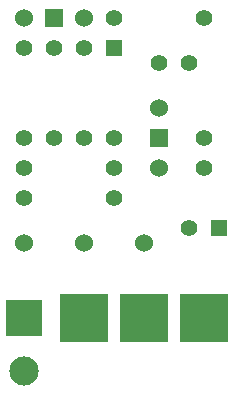
<source format=gtl>
G04 (created by PCBNEW-RS274X (2012-01-19 BZR 3256)-stable) date 2013-07-01 19:01:18*
G01*
G70*
G90*
%MOIN*%
G04 Gerber Fmt 3.4, Leading zero omitted, Abs format*
%FSLAX34Y34*%
G04 APERTURE LIST*
%ADD10C,0.006000*%
%ADD11R,0.124600X0.124600*%
%ADD12C,0.097600*%
%ADD13C,0.055000*%
%ADD14R,0.055000X0.055000*%
%ADD15C,0.060000*%
%ADD16R,0.159500X0.159500*%
%ADD17R,0.060000X0.060000*%
G04 APERTURE END LIST*
G54D10*
G54D11*
X26000Y-19000D03*
G54D12*
X26000Y-20750D03*
G54D13*
X32000Y-09000D03*
X29000Y-09000D03*
X26000Y-15000D03*
X29000Y-15000D03*
G54D14*
X29000Y-10000D03*
G54D13*
X28000Y-10000D03*
X27000Y-10000D03*
X26000Y-10000D03*
X26000Y-13000D03*
X27000Y-13000D03*
X28000Y-13000D03*
X29000Y-13000D03*
G54D14*
X32500Y-16000D03*
G54D13*
X31500Y-16000D03*
X32000Y-14000D03*
X32000Y-13000D03*
X30500Y-10500D03*
X31500Y-10500D03*
X26000Y-14000D03*
X29000Y-14000D03*
G54D15*
X28000Y-16500D03*
X26000Y-16500D03*
X30000Y-16500D03*
G54D16*
X30000Y-19000D03*
X32000Y-19000D03*
X28000Y-19000D03*
G54D15*
X28000Y-09000D03*
G54D17*
X27000Y-09000D03*
G54D15*
X26000Y-09000D03*
X30500Y-14000D03*
G54D17*
X30500Y-13000D03*
G54D15*
X30500Y-12000D03*
M02*

</source>
